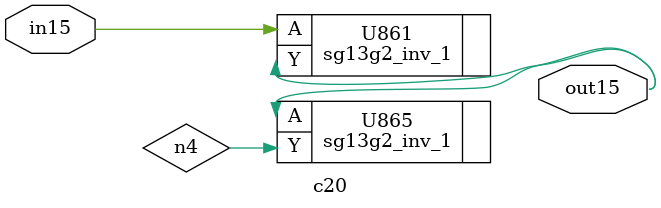
<source format=v>

module c17_hier ( N1, N2, N3, N6, N7, N22, N23 );
  input N1, N2, N3, N6, N7;
  output N22, N23;
  wire   n6, n7, n8, out1, out_new, out2, auto;

  sg13g2_nor2b_1 U6 ( .B_N(n6), .A(n7), .Y(N23) );
  sg13g2_nor2_1 U7 ( .A(N2), .B(N7), .Y(n7) );
  sg13g2_inv_1 U8 ( .A(n8), .Y(N22) );
  sg13g2_a22oi_1 U9 ( .A1(N2), .A2(n6), .B1(N1), .B2(N3), .Y(n8) );
  sg13g2_nand2_1 U10 ( .A(N6), .B(N3), .Y(n6) );
  sg13g2_nand2_1 U2 ( .A(out1), .B(out2), .Y(out_new) );

  c18 c18_inst ( .in1(n6), .in2(n7), .in3(N7), .out(out1), .out2(out2) );
endmodule

module c18 ( in1, in2, in3, out, out2 , auto);
  input in1, in2, in3;
  output out, out2, auto;
  wire  n4;

  sg13g2_dfrbp_1 key_reg_reg_127_ ( .D(in1), .CLK(in2), .RESET_B(in3), .Q(n4) );
  sg13g2_a21oi_2 U863 ( .A1(n4), .A2(in2), .B1(in3), .Y(out) );
  sg13g2_inv_1 U862 ( .A(out2), .Y(n4) );

  c19 c19_inst ( .in1(out), .in2(in1), .in3(n4), .out(out2));
endmodule

module c19 ( in1, in2, in3, out);
  input in1, in2, in3;
  output out;
  wire  n4;

  sg13g2_inv_1 U864 ( .A(out), .Y(n4) );
  c20 c20_inst ( .in15(in1), .out15(out) );
endmodule

module c20 ( in15, out15 );
  input in15;
  output out15;
  wire  n4;

  sg13g2_inv_1 U865 ( .A(out15), .Y(n4) );
  sg13g2_inv_1 U861 ( .A(in15), .Y(out15) );
endmodule

</source>
